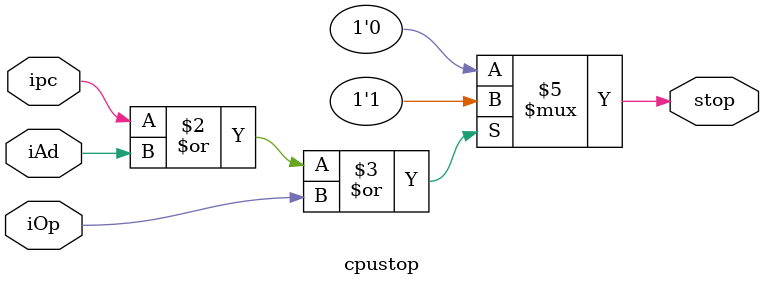
<source format=v>
module cpustop(
    input ipc,
    input iAd,
    input iOp,
    output reg stop
);

always @(*)
if(ipc | iAd | iOp) begin
  stop = 1'b1;
end else begin
  stop = 1'b0;
end

endmodule
</source>
